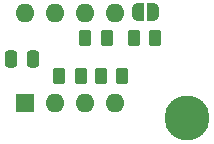
<source format=gbr>
%TF.GenerationSoftware,KiCad,Pcbnew,(6.0.0)*%
%TF.CreationDate,2022-01-09T14:56:00-05:00*%
%TF.ProjectId,QuadOpamp-INA_DIP8_Rg18,51756164-4f70-4616-9d70-2d494e415f44,rev?*%
%TF.SameCoordinates,Original*%
%TF.FileFunction,Soldermask,Bot*%
%TF.FilePolarity,Negative*%
%FSLAX46Y46*%
G04 Gerber Fmt 4.6, Leading zero omitted, Abs format (unit mm)*
G04 Created by KiCad (PCBNEW (6.0.0)) date 2022-01-09 14:56:00*
%MOMM*%
%LPD*%
G01*
G04 APERTURE LIST*
G04 Aperture macros list*
%AMRoundRect*
0 Rectangle with rounded corners*
0 $1 Rounding radius*
0 $2 $3 $4 $5 $6 $7 $8 $9 X,Y pos of 4 corners*
0 Add a 4 corners polygon primitive as box body*
4,1,4,$2,$3,$4,$5,$6,$7,$8,$9,$2,$3,0*
0 Add four circle primitives for the rounded corners*
1,1,$1+$1,$2,$3*
1,1,$1+$1,$4,$5*
1,1,$1+$1,$6,$7*
1,1,$1+$1,$8,$9*
0 Add four rect primitives between the rounded corners*
20,1,$1+$1,$2,$3,$4,$5,0*
20,1,$1+$1,$4,$5,$6,$7,0*
20,1,$1+$1,$6,$7,$8,$9,0*
20,1,$1+$1,$8,$9,$2,$3,0*%
%AMFreePoly0*
4,1,22,0.500000,-0.750000,0.000000,-0.750000,0.000000,-0.745033,-0.079941,-0.743568,-0.215256,-0.701293,-0.333266,-0.622738,-0.424486,-0.514219,-0.481581,-0.384460,-0.499164,-0.250000,-0.500000,-0.250000,-0.500000,0.250000,-0.499164,0.250000,-0.499963,0.256109,-0.478152,0.396186,-0.417904,0.524511,-0.324060,0.630769,-0.204165,0.706417,-0.067858,0.745374,0.000000,0.744959,0.000000,0.750000,
0.500000,0.750000,0.500000,-0.750000,0.500000,-0.750000,$1*%
%AMFreePoly1*
4,1,20,0.000000,0.744959,0.073905,0.744508,0.209726,0.703889,0.328688,0.626782,0.421226,0.519385,0.479903,0.390333,0.500000,0.250000,0.500000,-0.250000,0.499851,-0.262216,0.476331,-0.402017,0.414519,-0.529596,0.319384,-0.634700,0.198574,-0.708877,0.061801,-0.746166,0.000000,-0.745033,0.000000,-0.750000,-0.500000,-0.750000,-0.500000,0.750000,0.000000,0.750000,0.000000,0.744959,
0.000000,0.744959,$1*%
G04 Aperture macros list end*
%ADD10C,3.800000*%
%ADD11R,1.600000X1.600000*%
%ADD12O,1.600000X1.600000*%
%ADD13RoundRect,0.250000X-0.262500X-0.450000X0.262500X-0.450000X0.262500X0.450000X-0.262500X0.450000X0*%
%ADD14RoundRect,0.250000X0.250000X0.475000X-0.250000X0.475000X-0.250000X-0.475000X0.250000X-0.475000X0*%
%ADD15FreePoly0,0.000000*%
%ADD16FreePoly1,0.000000*%
%ADD17RoundRect,0.250000X0.262500X0.450000X-0.262500X0.450000X-0.262500X-0.450000X0.262500X-0.450000X0*%
G04 APERTURE END LIST*
D10*
%TO.C,H1*%
X134000000Y-93000000D03*
%TD*%
D11*
%TO.C,J1*%
X120300000Y-91700000D03*
D12*
X122840000Y-91700000D03*
X125380000Y-91700000D03*
X127920000Y-91700000D03*
X127920000Y-84080000D03*
X125380000Y-84080000D03*
X122840000Y-84080000D03*
X120300000Y-84080000D03*
%TD*%
D13*
%TO.C,R4*%
X126687500Y-89400000D03*
X128512500Y-89400000D03*
%TD*%
%TO.C,R1*%
X125387500Y-86200000D03*
X127212500Y-86200000D03*
%TD*%
D14*
%TO.C,C1*%
X121000000Y-88000000D03*
X119100000Y-88000000D03*
%TD*%
D15*
%TO.C,JP1*%
X129850000Y-84000000D03*
D16*
X131150000Y-84000000D03*
%TD*%
D17*
%TO.C,R3*%
X125012500Y-89400000D03*
X123187500Y-89400000D03*
%TD*%
D13*
%TO.C,R8*%
X129500000Y-86250000D03*
X131325000Y-86250000D03*
%TD*%
M02*

</source>
